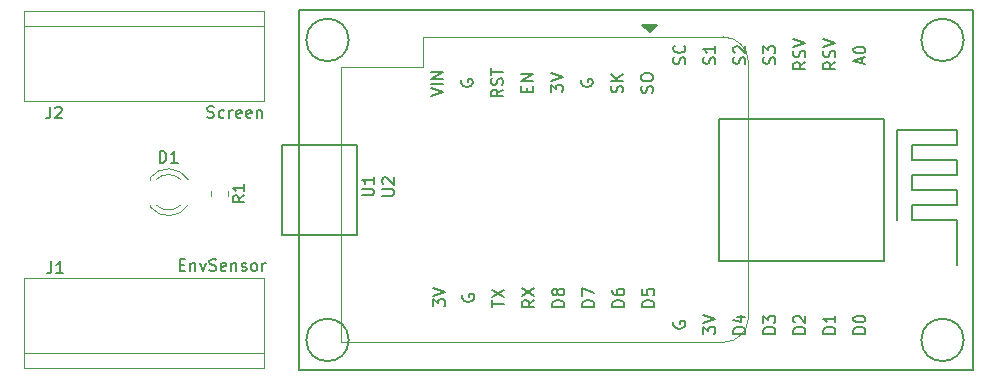
<source format=gbr>
%TF.GenerationSoftware,KiCad,Pcbnew,(6.0.4)*%
%TF.CreationDate,2022-04-29T21:33:46+01:00*%
%TF.ProjectId,environment_sensor,656e7669-726f-46e6-9d65-6e745f73656e,v0.1*%
%TF.SameCoordinates,Original*%
%TF.FileFunction,Legend,Top*%
%TF.FilePolarity,Positive*%
%FSLAX46Y46*%
G04 Gerber Fmt 4.6, Leading zero omitted, Abs format (unit mm)*
G04 Created by KiCad (PCBNEW (6.0.4)) date 2022-04-29 21:33:46*
%MOMM*%
%LPD*%
G01*
G04 APERTURE LIST*
%ADD10C,0.150000*%
%ADD11C,0.120000*%
G04 APERTURE END LIST*
D10*
X153202380Y-95761904D02*
X154011904Y-95761904D01*
X154107142Y-95714285D01*
X154154761Y-95666666D01*
X154202380Y-95571428D01*
X154202380Y-95380952D01*
X154154761Y-95285714D01*
X154107142Y-95238095D01*
X154011904Y-95190476D01*
X153202380Y-95190476D01*
X153297619Y-94761904D02*
X153250000Y-94714285D01*
X153202380Y-94619047D01*
X153202380Y-94380952D01*
X153250000Y-94285714D01*
X153297619Y-94238095D01*
X153392857Y-94190476D01*
X153488095Y-94190476D01*
X153630952Y-94238095D01*
X154202380Y-94809523D01*
X154202380Y-94190476D01*
X157372380Y-87295238D02*
X158372380Y-86961904D01*
X157372380Y-86628571D01*
X158372380Y-86295238D02*
X157372380Y-86295238D01*
X158372380Y-85819047D02*
X157372380Y-85819047D01*
X158372380Y-85247619D01*
X157372380Y-85247619D01*
X159960000Y-85938095D02*
X159912380Y-86033333D01*
X159912380Y-86176190D01*
X159960000Y-86319047D01*
X160055238Y-86414285D01*
X160150476Y-86461904D01*
X160340952Y-86509523D01*
X160483809Y-86509523D01*
X160674285Y-86461904D01*
X160769523Y-86414285D01*
X160864761Y-86319047D01*
X160912380Y-86176190D01*
X160912380Y-86080952D01*
X160864761Y-85938095D01*
X160817142Y-85890476D01*
X160483809Y-85890476D01*
X160483809Y-86080952D01*
X163452380Y-86747619D02*
X162976190Y-87080952D01*
X163452380Y-87319047D02*
X162452380Y-87319047D01*
X162452380Y-86938095D01*
X162500000Y-86842857D01*
X162547619Y-86795238D01*
X162642857Y-86747619D01*
X162785714Y-86747619D01*
X162880952Y-86795238D01*
X162928571Y-86842857D01*
X162976190Y-86938095D01*
X162976190Y-87319047D01*
X163404761Y-86366666D02*
X163452380Y-86223809D01*
X163452380Y-85985714D01*
X163404761Y-85890476D01*
X163357142Y-85842857D01*
X163261904Y-85795238D01*
X163166666Y-85795238D01*
X163071428Y-85842857D01*
X163023809Y-85890476D01*
X162976190Y-85985714D01*
X162928571Y-86176190D01*
X162880952Y-86271428D01*
X162833333Y-86319047D01*
X162738095Y-86366666D01*
X162642857Y-86366666D01*
X162547619Y-86319047D01*
X162500000Y-86271428D01*
X162452380Y-86176190D01*
X162452380Y-85938095D01*
X162500000Y-85795238D01*
X162452380Y-85509523D02*
X162452380Y-84938095D01*
X163452380Y-85223809D02*
X162452380Y-85223809D01*
X165468571Y-86938095D02*
X165468571Y-86604761D01*
X165992380Y-86461904D02*
X165992380Y-86938095D01*
X164992380Y-86938095D01*
X164992380Y-86461904D01*
X165992380Y-86033333D02*
X164992380Y-86033333D01*
X165992380Y-85461904D01*
X164992380Y-85461904D01*
X167532380Y-86961904D02*
X167532380Y-86342857D01*
X167913333Y-86676190D01*
X167913333Y-86533333D01*
X167960952Y-86438095D01*
X168008571Y-86390476D01*
X168103809Y-86342857D01*
X168341904Y-86342857D01*
X168437142Y-86390476D01*
X168484761Y-86438095D01*
X168532380Y-86533333D01*
X168532380Y-86819047D01*
X168484761Y-86914285D01*
X168437142Y-86961904D01*
X167532380Y-86057142D02*
X168532380Y-85723809D01*
X167532380Y-85390476D01*
X170120000Y-85938095D02*
X170072380Y-86033333D01*
X170072380Y-86176190D01*
X170120000Y-86319047D01*
X170215238Y-86414285D01*
X170310476Y-86461904D01*
X170500952Y-86509523D01*
X170643809Y-86509523D01*
X170834285Y-86461904D01*
X170929523Y-86414285D01*
X171024761Y-86319047D01*
X171072380Y-86176190D01*
X171072380Y-86080952D01*
X171024761Y-85938095D01*
X170977142Y-85890476D01*
X170643809Y-85890476D01*
X170643809Y-86080952D01*
X173564761Y-86985714D02*
X173612380Y-86842857D01*
X173612380Y-86604761D01*
X173564761Y-86509523D01*
X173517142Y-86461904D01*
X173421904Y-86414285D01*
X173326666Y-86414285D01*
X173231428Y-86461904D01*
X173183809Y-86509523D01*
X173136190Y-86604761D01*
X173088571Y-86795238D01*
X173040952Y-86890476D01*
X172993333Y-86938095D01*
X172898095Y-86985714D01*
X172802857Y-86985714D01*
X172707619Y-86938095D01*
X172660000Y-86890476D01*
X172612380Y-86795238D01*
X172612380Y-86557142D01*
X172660000Y-86414285D01*
X173612380Y-85985714D02*
X172612380Y-85985714D01*
X173612380Y-85414285D02*
X173040952Y-85842857D01*
X172612380Y-85414285D02*
X173183809Y-85985714D01*
X176104761Y-87009523D02*
X176152380Y-86866666D01*
X176152380Y-86628571D01*
X176104761Y-86533333D01*
X176057142Y-86485714D01*
X175961904Y-86438095D01*
X175866666Y-86438095D01*
X175771428Y-86485714D01*
X175723809Y-86533333D01*
X175676190Y-86628571D01*
X175628571Y-86819047D01*
X175580952Y-86914285D01*
X175533333Y-86961904D01*
X175438095Y-87009523D01*
X175342857Y-87009523D01*
X175247619Y-86961904D01*
X175200000Y-86914285D01*
X175152380Y-86819047D01*
X175152380Y-86580952D01*
X175200000Y-86438095D01*
X175152380Y-85819047D02*
X175152380Y-85628571D01*
X175200000Y-85533333D01*
X175295238Y-85438095D01*
X175485714Y-85390476D01*
X175819047Y-85390476D01*
X176009523Y-85438095D01*
X176104761Y-85533333D01*
X176152380Y-85628571D01*
X176152380Y-85819047D01*
X176104761Y-85914285D01*
X176009523Y-86009523D01*
X175819047Y-86057142D01*
X175485714Y-86057142D01*
X175295238Y-86009523D01*
X175200000Y-85914285D01*
X175152380Y-85819047D01*
X178839761Y-84605714D02*
X178887380Y-84462857D01*
X178887380Y-84224761D01*
X178839761Y-84129523D01*
X178792142Y-84081904D01*
X178696904Y-84034285D01*
X178601666Y-84034285D01*
X178506428Y-84081904D01*
X178458809Y-84129523D01*
X178411190Y-84224761D01*
X178363571Y-84415238D01*
X178315952Y-84510476D01*
X178268333Y-84558095D01*
X178173095Y-84605714D01*
X178077857Y-84605714D01*
X177982619Y-84558095D01*
X177935000Y-84510476D01*
X177887380Y-84415238D01*
X177887380Y-84177142D01*
X177935000Y-84034285D01*
X178792142Y-83034285D02*
X178839761Y-83081904D01*
X178887380Y-83224761D01*
X178887380Y-83320000D01*
X178839761Y-83462857D01*
X178744523Y-83558095D01*
X178649285Y-83605714D01*
X178458809Y-83653333D01*
X178315952Y-83653333D01*
X178125476Y-83605714D01*
X178030238Y-83558095D01*
X177935000Y-83462857D01*
X177887380Y-83320000D01*
X177887380Y-83224761D01*
X177935000Y-83081904D01*
X177982619Y-83034285D01*
X181379761Y-84581904D02*
X181427380Y-84439047D01*
X181427380Y-84200952D01*
X181379761Y-84105714D01*
X181332142Y-84058095D01*
X181236904Y-84010476D01*
X181141666Y-84010476D01*
X181046428Y-84058095D01*
X180998809Y-84105714D01*
X180951190Y-84200952D01*
X180903571Y-84391428D01*
X180855952Y-84486666D01*
X180808333Y-84534285D01*
X180713095Y-84581904D01*
X180617857Y-84581904D01*
X180522619Y-84534285D01*
X180475000Y-84486666D01*
X180427380Y-84391428D01*
X180427380Y-84153333D01*
X180475000Y-84010476D01*
X181427380Y-83058095D02*
X181427380Y-83629523D01*
X181427380Y-83343809D02*
X180427380Y-83343809D01*
X180570238Y-83439047D01*
X180665476Y-83534285D01*
X180713095Y-83629523D01*
X183919761Y-84581904D02*
X183967380Y-84439047D01*
X183967380Y-84200952D01*
X183919761Y-84105714D01*
X183872142Y-84058095D01*
X183776904Y-84010476D01*
X183681666Y-84010476D01*
X183586428Y-84058095D01*
X183538809Y-84105714D01*
X183491190Y-84200952D01*
X183443571Y-84391428D01*
X183395952Y-84486666D01*
X183348333Y-84534285D01*
X183253095Y-84581904D01*
X183157857Y-84581904D01*
X183062619Y-84534285D01*
X183015000Y-84486666D01*
X182967380Y-84391428D01*
X182967380Y-84153333D01*
X183015000Y-84010476D01*
X183062619Y-83629523D02*
X183015000Y-83581904D01*
X182967380Y-83486666D01*
X182967380Y-83248571D01*
X183015000Y-83153333D01*
X183062619Y-83105714D01*
X183157857Y-83058095D01*
X183253095Y-83058095D01*
X183395952Y-83105714D01*
X183967380Y-83677142D01*
X183967380Y-83058095D01*
X186459761Y-84581904D02*
X186507380Y-84439047D01*
X186507380Y-84200952D01*
X186459761Y-84105714D01*
X186412142Y-84058095D01*
X186316904Y-84010476D01*
X186221666Y-84010476D01*
X186126428Y-84058095D01*
X186078809Y-84105714D01*
X186031190Y-84200952D01*
X185983571Y-84391428D01*
X185935952Y-84486666D01*
X185888333Y-84534285D01*
X185793095Y-84581904D01*
X185697857Y-84581904D01*
X185602619Y-84534285D01*
X185555000Y-84486666D01*
X185507380Y-84391428D01*
X185507380Y-84153333D01*
X185555000Y-84010476D01*
X185507380Y-83677142D02*
X185507380Y-83058095D01*
X185888333Y-83391428D01*
X185888333Y-83248571D01*
X185935952Y-83153333D01*
X185983571Y-83105714D01*
X186078809Y-83058095D01*
X186316904Y-83058095D01*
X186412142Y-83105714D01*
X186459761Y-83153333D01*
X186507380Y-83248571D01*
X186507380Y-83534285D01*
X186459761Y-83629523D01*
X186412142Y-83677142D01*
X189047380Y-84415238D02*
X188571190Y-84748571D01*
X189047380Y-84986666D02*
X188047380Y-84986666D01*
X188047380Y-84605714D01*
X188095000Y-84510476D01*
X188142619Y-84462857D01*
X188237857Y-84415238D01*
X188380714Y-84415238D01*
X188475952Y-84462857D01*
X188523571Y-84510476D01*
X188571190Y-84605714D01*
X188571190Y-84986666D01*
X188999761Y-84034285D02*
X189047380Y-83891428D01*
X189047380Y-83653333D01*
X188999761Y-83558095D01*
X188952142Y-83510476D01*
X188856904Y-83462857D01*
X188761666Y-83462857D01*
X188666428Y-83510476D01*
X188618809Y-83558095D01*
X188571190Y-83653333D01*
X188523571Y-83843809D01*
X188475952Y-83939047D01*
X188428333Y-83986666D01*
X188333095Y-84034285D01*
X188237857Y-84034285D01*
X188142619Y-83986666D01*
X188095000Y-83939047D01*
X188047380Y-83843809D01*
X188047380Y-83605714D01*
X188095000Y-83462857D01*
X188047380Y-83177142D02*
X189047380Y-82843809D01*
X188047380Y-82510476D01*
X191587380Y-84415238D02*
X191111190Y-84748571D01*
X191587380Y-84986666D02*
X190587380Y-84986666D01*
X190587380Y-84605714D01*
X190635000Y-84510476D01*
X190682619Y-84462857D01*
X190777857Y-84415238D01*
X190920714Y-84415238D01*
X191015952Y-84462857D01*
X191063571Y-84510476D01*
X191111190Y-84605714D01*
X191111190Y-84986666D01*
X191539761Y-84034285D02*
X191587380Y-83891428D01*
X191587380Y-83653333D01*
X191539761Y-83558095D01*
X191492142Y-83510476D01*
X191396904Y-83462857D01*
X191301666Y-83462857D01*
X191206428Y-83510476D01*
X191158809Y-83558095D01*
X191111190Y-83653333D01*
X191063571Y-83843809D01*
X191015952Y-83939047D01*
X190968333Y-83986666D01*
X190873095Y-84034285D01*
X190777857Y-84034285D01*
X190682619Y-83986666D01*
X190635000Y-83939047D01*
X190587380Y-83843809D01*
X190587380Y-83605714D01*
X190635000Y-83462857D01*
X190587380Y-83177142D02*
X191587380Y-82843809D01*
X190587380Y-82510476D01*
X193841666Y-84534285D02*
X193841666Y-84058095D01*
X194127380Y-84629523D02*
X193127380Y-84296190D01*
X194127380Y-83962857D01*
X193127380Y-83439047D02*
X193127380Y-83343809D01*
X193175000Y-83248571D01*
X193222619Y-83200952D01*
X193317857Y-83153333D01*
X193508333Y-83105714D01*
X193746428Y-83105714D01*
X193936904Y-83153333D01*
X194032142Y-83200952D01*
X194079761Y-83248571D01*
X194127380Y-83343809D01*
X194127380Y-83439047D01*
X194079761Y-83534285D01*
X194032142Y-83581904D01*
X193936904Y-83629523D01*
X193746428Y-83677142D01*
X193508333Y-83677142D01*
X193317857Y-83629523D01*
X193222619Y-83581904D01*
X193175000Y-83534285D01*
X193127380Y-83439047D01*
X157552380Y-105111904D02*
X157552380Y-104492857D01*
X157933333Y-104826190D01*
X157933333Y-104683333D01*
X157980952Y-104588095D01*
X158028571Y-104540476D01*
X158123809Y-104492857D01*
X158361904Y-104492857D01*
X158457142Y-104540476D01*
X158504761Y-104588095D01*
X158552380Y-104683333D01*
X158552380Y-104969047D01*
X158504761Y-105064285D01*
X158457142Y-105111904D01*
X157552380Y-104207142D02*
X158552380Y-103873809D01*
X157552380Y-103540476D01*
X160060000Y-104138095D02*
X160012380Y-104233333D01*
X160012380Y-104376190D01*
X160060000Y-104519047D01*
X160155238Y-104614285D01*
X160250476Y-104661904D01*
X160440952Y-104709523D01*
X160583809Y-104709523D01*
X160774285Y-104661904D01*
X160869523Y-104614285D01*
X160964761Y-104519047D01*
X161012380Y-104376190D01*
X161012380Y-104280952D01*
X160964761Y-104138095D01*
X160917142Y-104090476D01*
X160583809Y-104090476D01*
X160583809Y-104280952D01*
X162552380Y-105161904D02*
X162552380Y-104590476D01*
X163552380Y-104876190D02*
X162552380Y-104876190D01*
X162552380Y-104352380D02*
X163552380Y-103685714D01*
X162552380Y-103685714D02*
X163552380Y-104352380D01*
X166092380Y-104566666D02*
X165616190Y-104900000D01*
X166092380Y-105138095D02*
X165092380Y-105138095D01*
X165092380Y-104757142D01*
X165140000Y-104661904D01*
X165187619Y-104614285D01*
X165282857Y-104566666D01*
X165425714Y-104566666D01*
X165520952Y-104614285D01*
X165568571Y-104661904D01*
X165616190Y-104757142D01*
X165616190Y-105138095D01*
X165092380Y-104233333D02*
X166092380Y-103566666D01*
X165092380Y-103566666D02*
X166092380Y-104233333D01*
X168632380Y-105138095D02*
X167632380Y-105138095D01*
X167632380Y-104900000D01*
X167680000Y-104757142D01*
X167775238Y-104661904D01*
X167870476Y-104614285D01*
X168060952Y-104566666D01*
X168203809Y-104566666D01*
X168394285Y-104614285D01*
X168489523Y-104661904D01*
X168584761Y-104757142D01*
X168632380Y-104900000D01*
X168632380Y-105138095D01*
X168060952Y-103995238D02*
X168013333Y-104090476D01*
X167965714Y-104138095D01*
X167870476Y-104185714D01*
X167822857Y-104185714D01*
X167727619Y-104138095D01*
X167680000Y-104090476D01*
X167632380Y-103995238D01*
X167632380Y-103804761D01*
X167680000Y-103709523D01*
X167727619Y-103661904D01*
X167822857Y-103614285D01*
X167870476Y-103614285D01*
X167965714Y-103661904D01*
X168013333Y-103709523D01*
X168060952Y-103804761D01*
X168060952Y-103995238D01*
X168108571Y-104090476D01*
X168156190Y-104138095D01*
X168251428Y-104185714D01*
X168441904Y-104185714D01*
X168537142Y-104138095D01*
X168584761Y-104090476D01*
X168632380Y-103995238D01*
X168632380Y-103804761D01*
X168584761Y-103709523D01*
X168537142Y-103661904D01*
X168441904Y-103614285D01*
X168251428Y-103614285D01*
X168156190Y-103661904D01*
X168108571Y-103709523D01*
X168060952Y-103804761D01*
X171172380Y-105138095D02*
X170172380Y-105138095D01*
X170172380Y-104900000D01*
X170220000Y-104757142D01*
X170315238Y-104661904D01*
X170410476Y-104614285D01*
X170600952Y-104566666D01*
X170743809Y-104566666D01*
X170934285Y-104614285D01*
X171029523Y-104661904D01*
X171124761Y-104757142D01*
X171172380Y-104900000D01*
X171172380Y-105138095D01*
X170172380Y-104233333D02*
X170172380Y-103566666D01*
X171172380Y-103995238D01*
X173712380Y-105138095D02*
X172712380Y-105138095D01*
X172712380Y-104900000D01*
X172760000Y-104757142D01*
X172855238Y-104661904D01*
X172950476Y-104614285D01*
X173140952Y-104566666D01*
X173283809Y-104566666D01*
X173474285Y-104614285D01*
X173569523Y-104661904D01*
X173664761Y-104757142D01*
X173712380Y-104900000D01*
X173712380Y-105138095D01*
X172712380Y-103709523D02*
X172712380Y-103900000D01*
X172760000Y-103995238D01*
X172807619Y-104042857D01*
X172950476Y-104138095D01*
X173140952Y-104185714D01*
X173521904Y-104185714D01*
X173617142Y-104138095D01*
X173664761Y-104090476D01*
X173712380Y-103995238D01*
X173712380Y-103804761D01*
X173664761Y-103709523D01*
X173617142Y-103661904D01*
X173521904Y-103614285D01*
X173283809Y-103614285D01*
X173188571Y-103661904D01*
X173140952Y-103709523D01*
X173093333Y-103804761D01*
X173093333Y-103995238D01*
X173140952Y-104090476D01*
X173188571Y-104138095D01*
X173283809Y-104185714D01*
X176252380Y-105138095D02*
X175252380Y-105138095D01*
X175252380Y-104900000D01*
X175300000Y-104757142D01*
X175395238Y-104661904D01*
X175490476Y-104614285D01*
X175680952Y-104566666D01*
X175823809Y-104566666D01*
X176014285Y-104614285D01*
X176109523Y-104661904D01*
X176204761Y-104757142D01*
X176252380Y-104900000D01*
X176252380Y-105138095D01*
X175252380Y-103661904D02*
X175252380Y-104138095D01*
X175728571Y-104185714D01*
X175680952Y-104138095D01*
X175633333Y-104042857D01*
X175633333Y-103804761D01*
X175680952Y-103709523D01*
X175728571Y-103661904D01*
X175823809Y-103614285D01*
X176061904Y-103614285D01*
X176157142Y-103661904D01*
X176204761Y-103709523D01*
X176252380Y-103804761D01*
X176252380Y-104042857D01*
X176204761Y-104138095D01*
X176157142Y-104185714D01*
X177935000Y-106418095D02*
X177887380Y-106513333D01*
X177887380Y-106656190D01*
X177935000Y-106799047D01*
X178030238Y-106894285D01*
X178125476Y-106941904D01*
X178315952Y-106989523D01*
X178458809Y-106989523D01*
X178649285Y-106941904D01*
X178744523Y-106894285D01*
X178839761Y-106799047D01*
X178887380Y-106656190D01*
X178887380Y-106560952D01*
X178839761Y-106418095D01*
X178792142Y-106370476D01*
X178458809Y-106370476D01*
X178458809Y-106560952D01*
X180427380Y-107441904D02*
X180427380Y-106822857D01*
X180808333Y-107156190D01*
X180808333Y-107013333D01*
X180855952Y-106918095D01*
X180903571Y-106870476D01*
X180998809Y-106822857D01*
X181236904Y-106822857D01*
X181332142Y-106870476D01*
X181379761Y-106918095D01*
X181427380Y-107013333D01*
X181427380Y-107299047D01*
X181379761Y-107394285D01*
X181332142Y-107441904D01*
X180427380Y-106537142D02*
X181427380Y-106203809D01*
X180427380Y-105870476D01*
X183967380Y-107418095D02*
X182967380Y-107418095D01*
X182967380Y-107180000D01*
X183015000Y-107037142D01*
X183110238Y-106941904D01*
X183205476Y-106894285D01*
X183395952Y-106846666D01*
X183538809Y-106846666D01*
X183729285Y-106894285D01*
X183824523Y-106941904D01*
X183919761Y-107037142D01*
X183967380Y-107180000D01*
X183967380Y-107418095D01*
X183300714Y-105989523D02*
X183967380Y-105989523D01*
X182919761Y-106227619D02*
X183634047Y-106465714D01*
X183634047Y-105846666D01*
X186507380Y-107418095D02*
X185507380Y-107418095D01*
X185507380Y-107180000D01*
X185555000Y-107037142D01*
X185650238Y-106941904D01*
X185745476Y-106894285D01*
X185935952Y-106846666D01*
X186078809Y-106846666D01*
X186269285Y-106894285D01*
X186364523Y-106941904D01*
X186459761Y-107037142D01*
X186507380Y-107180000D01*
X186507380Y-107418095D01*
X185507380Y-106513333D02*
X185507380Y-105894285D01*
X185888333Y-106227619D01*
X185888333Y-106084761D01*
X185935952Y-105989523D01*
X185983571Y-105941904D01*
X186078809Y-105894285D01*
X186316904Y-105894285D01*
X186412142Y-105941904D01*
X186459761Y-105989523D01*
X186507380Y-106084761D01*
X186507380Y-106370476D01*
X186459761Y-106465714D01*
X186412142Y-106513333D01*
X189047380Y-107418095D02*
X188047380Y-107418095D01*
X188047380Y-107180000D01*
X188095000Y-107037142D01*
X188190238Y-106941904D01*
X188285476Y-106894285D01*
X188475952Y-106846666D01*
X188618809Y-106846666D01*
X188809285Y-106894285D01*
X188904523Y-106941904D01*
X188999761Y-107037142D01*
X189047380Y-107180000D01*
X189047380Y-107418095D01*
X188142619Y-106465714D02*
X188095000Y-106418095D01*
X188047380Y-106322857D01*
X188047380Y-106084761D01*
X188095000Y-105989523D01*
X188142619Y-105941904D01*
X188237857Y-105894285D01*
X188333095Y-105894285D01*
X188475952Y-105941904D01*
X189047380Y-106513333D01*
X189047380Y-105894285D01*
X191587380Y-107418095D02*
X190587380Y-107418095D01*
X190587380Y-107180000D01*
X190635000Y-107037142D01*
X190730238Y-106941904D01*
X190825476Y-106894285D01*
X191015952Y-106846666D01*
X191158809Y-106846666D01*
X191349285Y-106894285D01*
X191444523Y-106941904D01*
X191539761Y-107037142D01*
X191587380Y-107180000D01*
X191587380Y-107418095D01*
X191587380Y-105894285D02*
X191587380Y-106465714D01*
X191587380Y-106180000D02*
X190587380Y-106180000D01*
X190730238Y-106275238D01*
X190825476Y-106370476D01*
X190873095Y-106465714D01*
X194127380Y-107418095D02*
X193127380Y-107418095D01*
X193127380Y-107180000D01*
X193175000Y-107037142D01*
X193270238Y-106941904D01*
X193365476Y-106894285D01*
X193555952Y-106846666D01*
X193698809Y-106846666D01*
X193889285Y-106894285D01*
X193984523Y-106941904D01*
X194079761Y-107037142D01*
X194127380Y-107180000D01*
X194127380Y-107418095D01*
X193127380Y-106227619D02*
X193127380Y-106132380D01*
X193175000Y-106037142D01*
X193222619Y-105989523D01*
X193317857Y-105941904D01*
X193508333Y-105894285D01*
X193746428Y-105894285D01*
X193936904Y-105941904D01*
X194032142Y-105989523D01*
X194079761Y-106037142D01*
X194127380Y-106132380D01*
X194127380Y-106227619D01*
X194079761Y-106322857D01*
X194032142Y-106370476D01*
X193936904Y-106418095D01*
X193746428Y-106465714D01*
X193508333Y-106465714D01*
X193317857Y-106418095D01*
X193222619Y-106370476D01*
X193175000Y-106322857D01*
X193127380Y-106227619D01*
X134388904Y-92938880D02*
X134388904Y-91938880D01*
X134627000Y-91938880D01*
X134769857Y-91986500D01*
X134865095Y-92081738D01*
X134912714Y-92176976D01*
X134960333Y-92367452D01*
X134960333Y-92510309D01*
X134912714Y-92700785D01*
X134865095Y-92796023D01*
X134769857Y-92891261D01*
X134627000Y-92938880D01*
X134388904Y-92938880D01*
X135912714Y-92938880D02*
X135341285Y-92938880D01*
X135627000Y-92938880D02*
X135627000Y-91938880D01*
X135531761Y-92081738D01*
X135436523Y-92176976D01*
X135341285Y-92224595D01*
X151502380Y-95711904D02*
X152311904Y-95711904D01*
X152407142Y-95664285D01*
X152454761Y-95616666D01*
X152502380Y-95521428D01*
X152502380Y-95330952D01*
X152454761Y-95235714D01*
X152407142Y-95188095D01*
X152311904Y-95140476D01*
X151502380Y-95140476D01*
X152502380Y-94140476D02*
X152502380Y-94711904D01*
X152502380Y-94426190D02*
X151502380Y-94426190D01*
X151645238Y-94521428D01*
X151740476Y-94616666D01*
X151788095Y-94711904D01*
X141552380Y-95716666D02*
X141076190Y-96050000D01*
X141552380Y-96288095D02*
X140552380Y-96288095D01*
X140552380Y-95907142D01*
X140600000Y-95811904D01*
X140647619Y-95764285D01*
X140742857Y-95716666D01*
X140885714Y-95716666D01*
X140980952Y-95764285D01*
X141028571Y-95811904D01*
X141076190Y-95907142D01*
X141076190Y-96288095D01*
X141552380Y-94764285D02*
X141552380Y-95335714D01*
X141552380Y-95050000D02*
X140552380Y-95050000D01*
X140695238Y-95145238D01*
X140790476Y-95240476D01*
X140838095Y-95335714D01*
X125116666Y-88199380D02*
X125116666Y-88913666D01*
X125069047Y-89056523D01*
X124973809Y-89151761D01*
X124830952Y-89199380D01*
X124735714Y-89199380D01*
X125545238Y-88294619D02*
X125592857Y-88247000D01*
X125688095Y-88199380D01*
X125926190Y-88199380D01*
X126021428Y-88247000D01*
X126069047Y-88294619D01*
X126116666Y-88389857D01*
X126116666Y-88485095D01*
X126069047Y-88627952D01*
X125497619Y-89199380D01*
X126116666Y-89199380D01*
X138416666Y-89104761D02*
X138559523Y-89152380D01*
X138797619Y-89152380D01*
X138892857Y-89104761D01*
X138940476Y-89057142D01*
X138988095Y-88961904D01*
X138988095Y-88866666D01*
X138940476Y-88771428D01*
X138892857Y-88723809D01*
X138797619Y-88676190D01*
X138607142Y-88628571D01*
X138511904Y-88580952D01*
X138464285Y-88533333D01*
X138416666Y-88438095D01*
X138416666Y-88342857D01*
X138464285Y-88247619D01*
X138511904Y-88200000D01*
X138607142Y-88152380D01*
X138845238Y-88152380D01*
X138988095Y-88200000D01*
X139845238Y-89104761D02*
X139750000Y-89152380D01*
X139559523Y-89152380D01*
X139464285Y-89104761D01*
X139416666Y-89057142D01*
X139369047Y-88961904D01*
X139369047Y-88676190D01*
X139416666Y-88580952D01*
X139464285Y-88533333D01*
X139559523Y-88485714D01*
X139750000Y-88485714D01*
X139845238Y-88533333D01*
X140273809Y-89152380D02*
X140273809Y-88485714D01*
X140273809Y-88676190D02*
X140321428Y-88580952D01*
X140369047Y-88533333D01*
X140464285Y-88485714D01*
X140559523Y-88485714D01*
X141273809Y-89104761D02*
X141178571Y-89152380D01*
X140988095Y-89152380D01*
X140892857Y-89104761D01*
X140845238Y-89009523D01*
X140845238Y-88628571D01*
X140892857Y-88533333D01*
X140988095Y-88485714D01*
X141178571Y-88485714D01*
X141273809Y-88533333D01*
X141321428Y-88628571D01*
X141321428Y-88723809D01*
X140845238Y-88819047D01*
X142130952Y-89104761D02*
X142035714Y-89152380D01*
X141845238Y-89152380D01*
X141750000Y-89104761D01*
X141702380Y-89009523D01*
X141702380Y-88628571D01*
X141750000Y-88533333D01*
X141845238Y-88485714D01*
X142035714Y-88485714D01*
X142130952Y-88533333D01*
X142178571Y-88628571D01*
X142178571Y-88723809D01*
X141702380Y-88819047D01*
X142607142Y-88485714D02*
X142607142Y-89152380D01*
X142607142Y-88580952D02*
X142654761Y-88533333D01*
X142750000Y-88485714D01*
X142892857Y-88485714D01*
X142988095Y-88533333D01*
X143035714Y-88628571D01*
X143035714Y-89152380D01*
X125216666Y-101302380D02*
X125216666Y-102016666D01*
X125169047Y-102159523D01*
X125073809Y-102254761D01*
X124930952Y-102302380D01*
X124835714Y-102302380D01*
X126216666Y-102302380D02*
X125645238Y-102302380D01*
X125930952Y-102302380D02*
X125930952Y-101302380D01*
X125835714Y-101445238D01*
X125740476Y-101540476D01*
X125645238Y-101588095D01*
X136078571Y-101578571D02*
X136411904Y-101578571D01*
X136554761Y-102102380D02*
X136078571Y-102102380D01*
X136078571Y-101102380D01*
X136554761Y-101102380D01*
X136983333Y-101435714D02*
X136983333Y-102102380D01*
X136983333Y-101530952D02*
X137030952Y-101483333D01*
X137126190Y-101435714D01*
X137269047Y-101435714D01*
X137364285Y-101483333D01*
X137411904Y-101578571D01*
X137411904Y-102102380D01*
X137792857Y-101435714D02*
X138030952Y-102102380D01*
X138269047Y-101435714D01*
X138602380Y-102054761D02*
X138745238Y-102102380D01*
X138983333Y-102102380D01*
X139078571Y-102054761D01*
X139126190Y-102007142D01*
X139173809Y-101911904D01*
X139173809Y-101816666D01*
X139126190Y-101721428D01*
X139078571Y-101673809D01*
X138983333Y-101626190D01*
X138792857Y-101578571D01*
X138697619Y-101530952D01*
X138650000Y-101483333D01*
X138602380Y-101388095D01*
X138602380Y-101292857D01*
X138650000Y-101197619D01*
X138697619Y-101150000D01*
X138792857Y-101102380D01*
X139030952Y-101102380D01*
X139173809Y-101150000D01*
X139983333Y-102054761D02*
X139888095Y-102102380D01*
X139697619Y-102102380D01*
X139602380Y-102054761D01*
X139554761Y-101959523D01*
X139554761Y-101578571D01*
X139602380Y-101483333D01*
X139697619Y-101435714D01*
X139888095Y-101435714D01*
X139983333Y-101483333D01*
X140030952Y-101578571D01*
X140030952Y-101673809D01*
X139554761Y-101769047D01*
X140459523Y-101435714D02*
X140459523Y-102102380D01*
X140459523Y-101530952D02*
X140507142Y-101483333D01*
X140602380Y-101435714D01*
X140745238Y-101435714D01*
X140840476Y-101483333D01*
X140888095Y-101578571D01*
X140888095Y-102102380D01*
X141316666Y-102054761D02*
X141411904Y-102102380D01*
X141602380Y-102102380D01*
X141697619Y-102054761D01*
X141745238Y-101959523D01*
X141745238Y-101911904D01*
X141697619Y-101816666D01*
X141602380Y-101769047D01*
X141459523Y-101769047D01*
X141364285Y-101721428D01*
X141316666Y-101626190D01*
X141316666Y-101578571D01*
X141364285Y-101483333D01*
X141459523Y-101435714D01*
X141602380Y-101435714D01*
X141697619Y-101483333D01*
X142316666Y-102102380D02*
X142221428Y-102054761D01*
X142173809Y-102007142D01*
X142126190Y-101911904D01*
X142126190Y-101626190D01*
X142173809Y-101530952D01*
X142221428Y-101483333D01*
X142316666Y-101435714D01*
X142459523Y-101435714D01*
X142554761Y-101483333D01*
X142602380Y-101530952D01*
X142650000Y-101626190D01*
X142650000Y-101911904D01*
X142602380Y-102007142D01*
X142554761Y-102054761D01*
X142459523Y-102102380D01*
X142316666Y-102102380D01*
X143078571Y-102102380D02*
X143078571Y-101435714D01*
X143078571Y-101626190D02*
X143126190Y-101530952D01*
X143173809Y-101483333D01*
X143269047Y-101435714D01*
X143364285Y-101435714D01*
X146220000Y-110500000D02*
X203220000Y-110500000D01*
X146220000Y-80000000D02*
X146220000Y-110500000D01*
X203220000Y-80000000D02*
X146220000Y-80000000D01*
X203220000Y-80500000D02*
X203220000Y-80000000D01*
X203220000Y-110500000D02*
X203220000Y-80500000D01*
X202456051Y-107950000D02*
G75*
G03*
X202456051Y-107950000I-1796051J0D01*
G01*
X202456051Y-82550000D02*
G75*
G03*
X202456051Y-82550000I-1796051J0D01*
G01*
X150386051Y-82550000D02*
G75*
G03*
X150386051Y-82550000I-1796051J0D01*
G01*
X150386051Y-107950000D02*
G75*
G03*
X150386051Y-107950000I-1796051J0D01*
G01*
X151130000Y-91440000D02*
X144780000Y-91440000D01*
X151130000Y-99060000D02*
X151130000Y-91440000D01*
X144780000Y-99060000D02*
X151130000Y-99060000D01*
X144780000Y-91440000D02*
X144780000Y-99060000D01*
X201930000Y-97790000D02*
X201930000Y-101600000D01*
X198120000Y-97790000D02*
X201930000Y-97790000D01*
X198120000Y-96520000D02*
X198120000Y-97790000D01*
X201930000Y-96520000D02*
X198120000Y-96520000D01*
X201930000Y-95250000D02*
X201930000Y-96520000D01*
X198120000Y-95250000D02*
X201930000Y-95250000D01*
X198120000Y-93980000D02*
X198120000Y-95250000D01*
X201930000Y-93980000D02*
X198120000Y-93980000D01*
X201930000Y-92710000D02*
X201930000Y-93980000D01*
X198120000Y-92710000D02*
X201930000Y-92710000D01*
X198120000Y-91440000D02*
X198120000Y-92710000D01*
X201930000Y-91440000D02*
X198120000Y-91440000D01*
X201930000Y-90170000D02*
X201930000Y-91440000D01*
X196850000Y-90170000D02*
X201930000Y-90170000D01*
X196850000Y-97790000D02*
X196850000Y-90170000D01*
X181720000Y-89250000D02*
X195720000Y-89250000D01*
X181720000Y-101250000D02*
X181720000Y-89250000D01*
X195720000Y-101250000D02*
X181720000Y-101250000D01*
X195720000Y-89250000D02*
X195720000Y-101250000D01*
D11*
X133567000Y-94210500D02*
X133567000Y-94366500D01*
X133567000Y-96526500D02*
X133567000Y-96682500D01*
X136168130Y-94366663D02*
G75*
G03*
X134086039Y-94366500I-1041130J-1079837D01*
G01*
X133567000Y-96682016D02*
G75*
G03*
X136799335Y-96525108I1560000J1235516D01*
G01*
X134086039Y-96526500D02*
G75*
G03*
X136168130Y-96526337I1040961J1080000D01*
G01*
X136799335Y-94367892D02*
G75*
G03*
X133567000Y-94210984I-1672335J-1078608D01*
G01*
X156675000Y-82297000D02*
X156675000Y-84837000D01*
X156675000Y-84837000D02*
X149775000Y-84837000D01*
X149775000Y-84837000D02*
X149775000Y-108157000D01*
X156675000Y-82297000D02*
X182105000Y-82297000D01*
X184235000Y-106037000D02*
X184235000Y-84427000D01*
X149775000Y-108157000D02*
X182105000Y-108157000D01*
X182105000Y-108157000D02*
G75*
G03*
X184235000Y-106027000I0J2130000D01*
G01*
X184235000Y-84427000D02*
G75*
G03*
X182105000Y-82297000I-2130002J-2D01*
G01*
G36*
X175895000Y-81892000D02*
G01*
X175260000Y-81257000D01*
X176530000Y-81257000D01*
X175895000Y-81892000D01*
G37*
D10*
X175895000Y-81892000D02*
X175260000Y-81257000D01*
X176530000Y-81257000D01*
X175895000Y-81892000D01*
D11*
X140185000Y-95322936D02*
X140185000Y-95777064D01*
X138715000Y-95322936D02*
X138715000Y-95777064D01*
X143256000Y-87757000D02*
X122936000Y-87757000D01*
X143256000Y-80137000D02*
X122936000Y-80137000D01*
X122936000Y-80137000D02*
X122936000Y-87757000D01*
X143256000Y-87757000D02*
X143256000Y-80137000D01*
X122936000Y-81407000D02*
X143256000Y-81407000D01*
X122936000Y-102743000D02*
X143256000Y-102743000D01*
X122936000Y-110363000D02*
X143256000Y-110363000D01*
X143256000Y-110363000D02*
X143256000Y-102743000D01*
X122936000Y-102743000D02*
X122936000Y-110363000D01*
X143256000Y-109093000D02*
X122936000Y-109093000D01*
M02*

</source>
